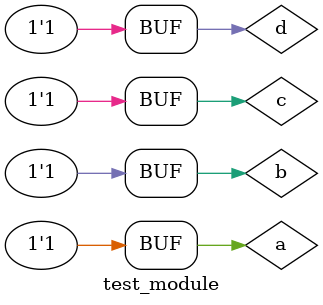
<source format=v>
module SoP (output s, input a, b, c, d); // mintermos
    assign s = (~a&~b&c&~d) | (~a&~b&c&d) | (~a&b&~c&~d) | (~a&b&~c&d) | (a&~b&c&~d) | (a&~b&c&d) | (a&b&~c&d) | (a&b&c&d);
endmodule // SoP

// ---------------------
// -- test_module
// ---------------------
module test_module;
    reg a, b, c, d;
    wire s1;
    
    SoP SOP1 (s1, a, b, c, d);
    
    initial begin: start
        a=1'bx; b=1'bx; c=1'bx; d=1'bx; // indefinidos
    end
    // parte principal
    initial begin: main
        // identificacao
        $display("Exemplo - Luís Augusto Lima de Oliveira - 805413");
        $display("\nf (a,b,c,d) = SoP(2,3,4,5,A,B,D,F)\n");
        
        // monitoramento
        $display(" a  b  c  d =  s");
        $monitor("%2b %2b %2b %2b = %2b", a, b, c, d, s1);
 
        // sinalizacao
        #1 a=0; b=0; c=0; d=0;
        #1 a=0; b=0; c=0; d=1;
        #1 a=0; b=0; c=1; d=0;
        #1 a=0; b=0; c=1; d=1;
        #1 a=0; b=1; c=0; d=0;
        #1 a=0; b=1; c=0; d=1;
        #1 a=0; b=1; c=1; d=0;
        #1 a=0; b=1; c=1; d=1;
        #1 a=1; b=0; c=0; d=0;
        #1 a=1; b=0; c=0; d=1;
        #1 a=1; b=0; c=1; d=0;
        #1 a=1; b=0; c=1; d=1;
        #1 a=1; b=1; c=0; d=0;
        #1 a=1; b=1; c=0; d=1;
        #1 a=1; b=1; c=1; d=0;
        #1 a=1; b=1; c=1; d=1;
    end
endmodule // test_module

</source>
